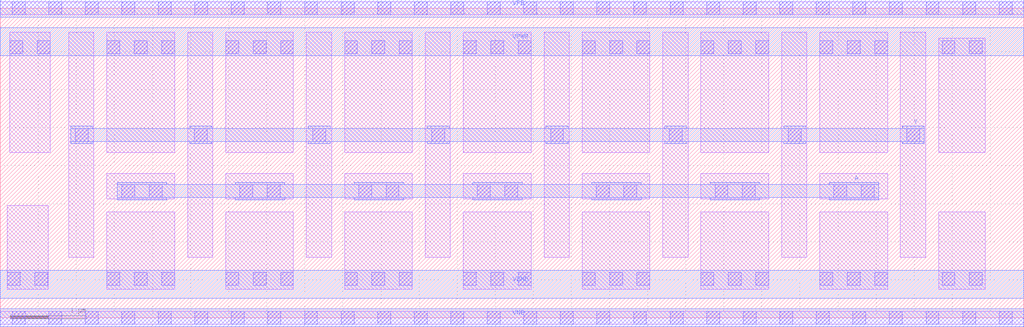
<source format=lef>
# Copyright 2020 The SkyWater PDK Authors
#
# Licensed under the Apache License, Version 2.0 (the "License");
# you may not use this file except in compliance with the License.
# You may obtain a copy of the License at
#
#     https://www.apache.org/licenses/LICENSE-2.0
#
# Unless required by applicable law or agreed to in writing, software
# distributed under the License is distributed on an "AS IS" BASIS,
# WITHOUT WARRANTIES OR CONDITIONS OF ANY KIND, either express or implied.
# See the License for the specific language governing permissions and
# limitations under the License.
#
# SPDX-License-Identifier: Apache-2.0

VERSION 5.7 ;
  NOWIREEXTENSIONATPIN ON ;
  DIVIDERCHAR "/" ;
  BUSBITCHARS "[]" ;
UNITS
  DATABASE MICRONS 200 ;
END UNITS
MACRO sky130_fd_sc_hvl__inv_16
  CLASS CORE ;
  FOREIGN sky130_fd_sc_hvl__inv_16 ;
  ORIGIN  0.000000  0.000000 ;
  SIZE  13.44000 BY  4.070000 ;
  SYMMETRY X Y ;
  SITE unithv ;
  PIN A
    ANTENNAGATEAREA  18.00000 ;
    DIRECTION INPUT ;
    USE SIGNAL ;
    PORT
      LAYER met1 ;
        RECT  1.535000 1.550000  2.185000 1.580000 ;
        RECT  1.535000 1.580000 11.535000 1.750000 ;
        RECT  1.535000 1.750000  2.185000 1.780000 ;
        RECT  3.085000 1.550000  3.735000 1.580000 ;
        RECT  3.085000 1.750000  3.735000 1.780000 ;
        RECT  4.645000 1.550000  5.295000 1.580000 ;
        RECT  4.645000 1.750000  5.295000 1.780000 ;
        RECT  6.205000 1.550000  6.855000 1.580000 ;
        RECT  6.205000 1.750000  6.855000 1.780000 ;
        RECT  7.765000 1.550000  8.415000 1.580000 ;
        RECT  7.765000 1.750000  8.415000 1.780000 ;
        RECT  9.325000 1.550000  9.975000 1.580000 ;
        RECT  9.325000 1.750000  9.975000 1.780000 ;
        RECT 10.885000 1.550000 11.535000 1.580000 ;
        RECT 10.885000 1.750000 11.535000 1.780000 ;
    END
  END A
  PIN Y
    ANTENNADIFFAREA  5.040000 ;
    DIRECTION OUTPUT ;
    USE SIGNAL ;
    PORT
      LAYER met1 ;
        RECT  0.925000 2.290000  1.215000 2.320000 ;
        RECT  0.925000 2.320000 12.135000 2.490000 ;
        RECT  0.925000 2.490000  1.215000 2.520000 ;
        RECT  2.485000 2.290000  2.775000 2.320000 ;
        RECT  2.485000 2.490000  2.775000 2.520000 ;
        RECT  4.045000 2.290000  4.335000 2.320000 ;
        RECT  4.045000 2.490000  4.335000 2.520000 ;
        RECT  5.605000 2.290000  5.895000 2.320000 ;
        RECT  5.605000 2.490000  5.895000 2.520000 ;
        RECT  7.165000 2.290000  7.455000 2.320000 ;
        RECT  7.165000 2.490000  7.455000 2.520000 ;
        RECT  8.725000 2.290000  9.015000 2.320000 ;
        RECT  8.725000 2.490000  9.015000 2.520000 ;
        RECT 10.285000 2.290000 10.575000 2.320000 ;
        RECT 10.285000 2.490000 10.575000 2.520000 ;
        RECT 11.845000 2.290000 12.135000 2.320000 ;
        RECT 11.845000 2.490000 12.135000 2.520000 ;
    END
  END Y
  PIN VGND
    DIRECTION INOUT ;
    USE GROUND ;
    PORT
      LAYER met1 ;
        RECT 0.000000 0.255000 13.440000 0.625000 ;
    END
  END VGND
  PIN VNB
    DIRECTION INOUT ;
    USE GROUND ;
    PORT
      LAYER met1 ;
        RECT 0.000000 -0.115000 13.440000 0.115000 ;
    END
  END VNB
  PIN VPB
    DIRECTION INOUT ;
    USE POWER ;
    PORT
      LAYER met1 ;
        RECT 0.000000 3.955000 13.440000 4.185000 ;
    END
  END VPB
  PIN VPWR
    DIRECTION INOUT ;
    USE POWER ;
    PORT
      LAYER met1 ;
        RECT 0.000000 3.445000 13.440000 3.815000 ;
    END
  END VPWR
  OBS
    LAYER li1 ;
      RECT  0.000000 -0.085000 13.440000 0.085000 ;
      RECT  0.000000  3.985000 13.440000 4.155000 ;
      RECT  0.095000  0.375000  0.630000 1.475000 ;
      RECT  0.125000  2.175000  0.655000 3.755000 ;
      RECT  0.900000  0.795000  1.230000 3.755000 ;
      RECT  1.400000  0.375000  2.290000 1.395000 ;
      RECT  1.400000  1.565000  2.290000 1.895000 ;
      RECT  1.400000  2.175000  2.290000 3.755000 ;
      RECT  2.460000  0.795000  2.790000 3.755000 ;
      RECT  2.960000  0.375000  3.850000 1.395000 ;
      RECT  2.960000  1.565000  3.850000 1.895000 ;
      RECT  2.960000  2.175000  3.850000 3.755000 ;
      RECT  4.020000  0.795000  4.350000 3.755000 ;
      RECT  4.520000  0.375000  5.410000 1.395000 ;
      RECT  4.520000  1.565000  5.410000 1.895000 ;
      RECT  4.520000  2.175000  5.410000 3.755000 ;
      RECT  5.580000  0.795000  5.910000 3.755000 ;
      RECT  6.080000  0.375000  6.970000 1.395000 ;
      RECT  6.080000  1.565000  6.970000 1.895000 ;
      RECT  6.080000  2.175000  6.970000 3.755000 ;
      RECT  7.140000  0.795000  7.470000 3.755000 ;
      RECT  7.640000  0.375000  8.530000 1.395000 ;
      RECT  7.640000  1.565000  8.530000 1.895000 ;
      RECT  7.640000  2.175000  8.530000 3.755000 ;
      RECT  8.700000  0.795000  9.030000 3.755000 ;
      RECT  9.200000  0.375000 10.090000 1.395000 ;
      RECT  9.200000  1.565000 10.090000 1.895000 ;
      RECT  9.200000  2.175000 10.090000 3.755000 ;
      RECT 10.260000  0.795000 10.590000 3.755000 ;
      RECT 10.760000  0.375000 11.650000 1.395000 ;
      RECT 10.760000  1.565000 11.650000 1.895000 ;
      RECT 10.760000  2.175000 11.650000 3.755000 ;
      RECT 11.820000  0.795000 12.150000 3.755000 ;
      RECT 12.320000  0.375000 12.935000 1.395000 ;
      RECT 12.320000  2.175000 12.935000 3.675000 ;
    LAYER mcon ;
      RECT  0.095000  0.425000  0.265000 0.595000 ;
      RECT  0.125000  3.475000  0.295000 3.645000 ;
      RECT  0.155000 -0.085000  0.325000 0.085000 ;
      RECT  0.155000  3.985000  0.325000 4.155000 ;
      RECT  0.455000  0.425000  0.625000 0.595000 ;
      RECT  0.485000  3.475000  0.655000 3.645000 ;
      RECT  0.635000 -0.085000  0.805000 0.085000 ;
      RECT  0.635000  3.985000  0.805000 4.155000 ;
      RECT  0.985000  2.320000  1.155000 2.490000 ;
      RECT  1.115000 -0.085000  1.285000 0.085000 ;
      RECT  1.115000  3.985000  1.285000 4.155000 ;
      RECT  1.400000  0.425000  1.570000 0.595000 ;
      RECT  1.400000  3.475000  1.570000 3.645000 ;
      RECT  1.595000 -0.085000  1.765000 0.085000 ;
      RECT  1.595000  1.580000  1.765000 1.750000 ;
      RECT  1.595000  3.985000  1.765000 4.155000 ;
      RECT  1.760000  0.425000  1.930000 0.595000 ;
      RECT  1.760000  3.475000  1.930000 3.645000 ;
      RECT  1.955000  1.580000  2.125000 1.750000 ;
      RECT  2.075000 -0.085000  2.245000 0.085000 ;
      RECT  2.075000  3.985000  2.245000 4.155000 ;
      RECT  2.120000  0.425000  2.290000 0.595000 ;
      RECT  2.120000  3.475000  2.290000 3.645000 ;
      RECT  2.545000  2.320000  2.715000 2.490000 ;
      RECT  2.555000 -0.085000  2.725000 0.085000 ;
      RECT  2.555000  3.985000  2.725000 4.155000 ;
      RECT  2.960000  0.425000  3.130000 0.595000 ;
      RECT  2.960000  3.475000  3.130000 3.645000 ;
      RECT  3.035000 -0.085000  3.205000 0.085000 ;
      RECT  3.035000  3.985000  3.205000 4.155000 ;
      RECT  3.145000  1.580000  3.315000 1.750000 ;
      RECT  3.320000  0.425000  3.490000 0.595000 ;
      RECT  3.320000  3.475000  3.490000 3.645000 ;
      RECT  3.505000  1.580000  3.675000 1.750000 ;
      RECT  3.515000 -0.085000  3.685000 0.085000 ;
      RECT  3.515000  3.985000  3.685000 4.155000 ;
      RECT  3.680000  0.425000  3.850000 0.595000 ;
      RECT  3.680000  3.475000  3.850000 3.645000 ;
      RECT  3.995000 -0.085000  4.165000 0.085000 ;
      RECT  3.995000  3.985000  4.165000 4.155000 ;
      RECT  4.105000  2.320000  4.275000 2.490000 ;
      RECT  4.475000 -0.085000  4.645000 0.085000 ;
      RECT  4.475000  3.985000  4.645000 4.155000 ;
      RECT  4.520000  0.425000  4.690000 0.595000 ;
      RECT  4.520000  3.475000  4.690000 3.645000 ;
      RECT  4.705000  1.580000  4.875000 1.750000 ;
      RECT  4.880000  0.425000  5.050000 0.595000 ;
      RECT  4.880000  3.475000  5.050000 3.645000 ;
      RECT  4.955000 -0.085000  5.125000 0.085000 ;
      RECT  4.955000  3.985000  5.125000 4.155000 ;
      RECT  5.065000  1.580000  5.235000 1.750000 ;
      RECT  5.240000  0.425000  5.410000 0.595000 ;
      RECT  5.240000  3.475000  5.410000 3.645000 ;
      RECT  5.435000 -0.085000  5.605000 0.085000 ;
      RECT  5.435000  3.985000  5.605000 4.155000 ;
      RECT  5.665000  2.320000  5.835000 2.490000 ;
      RECT  5.915000 -0.085000  6.085000 0.085000 ;
      RECT  5.915000  3.985000  6.085000 4.155000 ;
      RECT  6.080000  0.425000  6.250000 0.595000 ;
      RECT  6.080000  3.475000  6.250000 3.645000 ;
      RECT  6.265000  1.580000  6.435000 1.750000 ;
      RECT  6.395000 -0.085000  6.565000 0.085000 ;
      RECT  6.395000  3.985000  6.565000 4.155000 ;
      RECT  6.440000  0.425000  6.610000 0.595000 ;
      RECT  6.440000  3.475000  6.610000 3.645000 ;
      RECT  6.625000  1.580000  6.795000 1.750000 ;
      RECT  6.800000  0.425000  6.970000 0.595000 ;
      RECT  6.800000  3.475000  6.970000 3.645000 ;
      RECT  6.875000 -0.085000  7.045000 0.085000 ;
      RECT  6.875000  3.985000  7.045000 4.155000 ;
      RECT  7.225000  2.320000  7.395000 2.490000 ;
      RECT  7.355000 -0.085000  7.525000 0.085000 ;
      RECT  7.355000  3.985000  7.525000 4.155000 ;
      RECT  7.640000  0.425000  7.810000 0.595000 ;
      RECT  7.640000  3.475000  7.810000 3.645000 ;
      RECT  7.825000  1.580000  7.995000 1.750000 ;
      RECT  7.835000 -0.085000  8.005000 0.085000 ;
      RECT  7.835000  3.985000  8.005000 4.155000 ;
      RECT  8.000000  0.425000  8.170000 0.595000 ;
      RECT  8.000000  3.475000  8.170000 3.645000 ;
      RECT  8.185000  1.580000  8.355000 1.750000 ;
      RECT  8.315000 -0.085000  8.485000 0.085000 ;
      RECT  8.315000  3.985000  8.485000 4.155000 ;
      RECT  8.360000  0.425000  8.530000 0.595000 ;
      RECT  8.360000  3.475000  8.530000 3.645000 ;
      RECT  8.785000  2.320000  8.955000 2.490000 ;
      RECT  8.795000 -0.085000  8.965000 0.085000 ;
      RECT  8.795000  3.985000  8.965000 4.155000 ;
      RECT  9.200000  0.425000  9.370000 0.595000 ;
      RECT  9.200000  3.475000  9.370000 3.645000 ;
      RECT  9.275000 -0.085000  9.445000 0.085000 ;
      RECT  9.275000  3.985000  9.445000 4.155000 ;
      RECT  9.385000  1.580000  9.555000 1.750000 ;
      RECT  9.560000  0.425000  9.730000 0.595000 ;
      RECT  9.560000  3.475000  9.730000 3.645000 ;
      RECT  9.745000  1.580000  9.915000 1.750000 ;
      RECT  9.755000 -0.085000  9.925000 0.085000 ;
      RECT  9.755000  3.985000  9.925000 4.155000 ;
      RECT  9.920000  0.425000 10.090000 0.595000 ;
      RECT  9.920000  3.475000 10.090000 3.645000 ;
      RECT 10.235000 -0.085000 10.405000 0.085000 ;
      RECT 10.235000  3.985000 10.405000 4.155000 ;
      RECT 10.345000  2.320000 10.515000 2.490000 ;
      RECT 10.715000 -0.085000 10.885000 0.085000 ;
      RECT 10.715000  3.985000 10.885000 4.155000 ;
      RECT 10.760000  0.425000 10.930000 0.595000 ;
      RECT 10.760000  3.475000 10.930000 3.645000 ;
      RECT 10.945000  1.580000 11.115000 1.750000 ;
      RECT 11.120000  0.425000 11.290000 0.595000 ;
      RECT 11.120000  3.475000 11.290000 3.645000 ;
      RECT 11.195000 -0.085000 11.365000 0.085000 ;
      RECT 11.195000  3.985000 11.365000 4.155000 ;
      RECT 11.305000  1.580000 11.475000 1.750000 ;
      RECT 11.480000  0.425000 11.650000 0.595000 ;
      RECT 11.480000  3.475000 11.650000 3.645000 ;
      RECT 11.675000 -0.085000 11.845000 0.085000 ;
      RECT 11.675000  3.985000 11.845000 4.155000 ;
      RECT 11.905000  2.320000 12.075000 2.490000 ;
      RECT 12.155000 -0.085000 12.325000 0.085000 ;
      RECT 12.155000  3.985000 12.325000 4.155000 ;
      RECT 12.365000  0.425000 12.535000 0.595000 ;
      RECT 12.365000  3.475000 12.535000 3.645000 ;
      RECT 12.635000 -0.085000 12.805000 0.085000 ;
      RECT 12.635000  3.985000 12.805000 4.155000 ;
      RECT 12.725000  0.425000 12.895000 0.595000 ;
      RECT 12.725000  3.475000 12.895000 3.645000 ;
      RECT 13.115000 -0.085000 13.285000 0.085000 ;
      RECT 13.115000  3.985000 13.285000 4.155000 ;
  END
END sky130_fd_sc_hvl__inv_16
END LIBRARY

</source>
